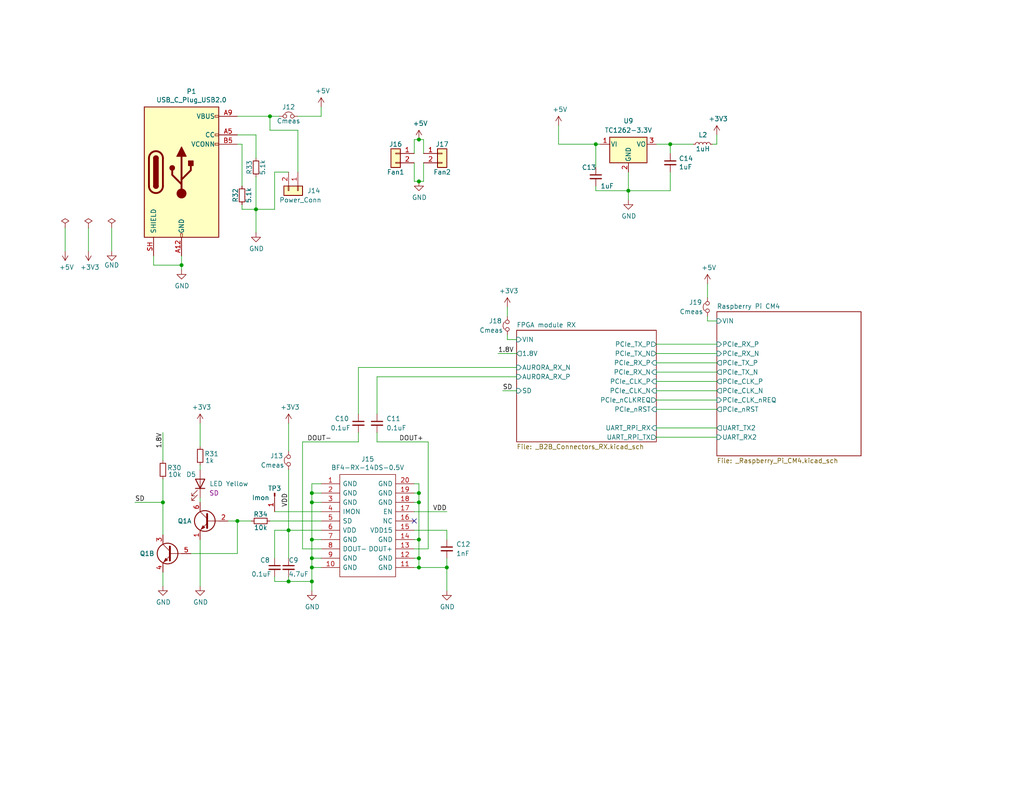
<source format=kicad_sch>
(kicad_sch (version 20211123) (generator eeschema)
  (paper "USLetter")
  (title_block (title "RX module") (date "2021-05-13") (rev "1.0"))
  (lib_symbols
    (symbol "Connector:Conn_01x01_Male" (pin_names (offset 1.016) hide)
      (property "Reference" "J" (at 0 2.54 0))
      (property "Value" "Conn_01x01_Male" (at 0 -2.54 0))
      (symbol "Conn_01x01_Male_1_1"
        (polyline (pts (xy 1.27 0) (xy 0.8636 0)) (stroke (width 0.1524)))
        (rectangle (start 0.8636 0.127) (end 0 -0.127) (stroke (width 0.1524)) (fill (type outline)))
        (pin passive line (at 5.08 0 180) (length 3.81) (name "Pin_1") (number "1"))
      )
    )
    (symbol "Connector_Generic:Conn_01x02" (pin_names (offset 1.016) hide)
      (property "Reference" "J" (at 0 2.54 0))
      (property "Value" "Conn_01x02" (at 0 -5.08 0))
      (symbol "Conn_01x02_1_1"
        (rectangle (start -1.27 -2.413) (end 0 -2.667) (stroke (width 0.1524)))
        (rectangle (start -1.27 0.127) (end 0 -0.127) (stroke (width 0.1524)))
        (rectangle (start -1.27 1.27) (end 1.27 -3.81) (stroke (width 0.254)) (fill (type background)))
        (pin passive line (at -5.08 0 0) (length 3.81) (name "Pin_1") (number "1"))
        (pin passive line (at -5.08 -2.54 0) (length 3.81) (name "Pin_2") (number "2"))
      )
    )
    (symbol "Device:C_Small" (pin_numbers hide) (pin_names (offset 0.254) hide)
      (property "Reference" "C" (at 0.254 1.778 0))
      (property "Value" "C_Small" (at 0.254 -2.032 0))
      (symbol "C_Small_0_1"
        (polyline (pts (xy -1.524 -0.508) (xy 1.524 -0.508)) (stroke (width 0.3302)))
        (polyline (pts (xy -1.524 0.508) (xy 1.524 0.508)) (stroke (width 0.3048)))
      )
      (symbol "C_Small_1_1"
        (pin passive line (at 0 2.54 270) (length 2.032) (name "~") (number "1"))
        (pin passive line (at 0 -2.54 90) (length 2.032) (name "~") (number "2"))
      )
    )
    (symbol "Device:Jumper_NC_Small" (pin_numbers hide) (pin_names (offset 0.762) hide)
      (property "Reference" "JP" (at 0 2.032 0))
      (property "Value" "Device_Jumper_NC_Small" (at 0.254 -1.524 0))
      (symbol "Jumper_NC_Small_0_1"
        (circle (center -1.016 0) (radius 0.508))
        (circle (center 1.016 0) (radius 0.508))
        (arc (start 1.016 0.762) (mid 0 1.1828) (end -1.016 0.762))
        (pin passive line (at -2.54 0 0) (length 1.016) (name "1") (number "1"))
        (pin passive line (at 2.54 0 180) (length 1.016) (name "2") (number "2"))
      )
    )
    (symbol "Device:LED" (pin_numbers hide) (pin_names (offset 1.016) hide)
      (property "Reference" "D" (at 0 2.54 0))
      (property "Value" "LED" (at 0 -2.54 0))
      (symbol "LED_0_1"
        (polyline (pts (xy -1.27 -1.27) (xy -1.27 1.27)) (stroke (width 0.254)))
        (polyline (pts (xy -1.27 0) (xy 1.27 0)))
        (polyline (pts (xy 1.27 -1.27) (xy 1.27 1.27) (xy -1.27 0) (xy 1.27 -1.27)) (stroke (width 0.254)))
        (polyline (pts (xy -3.048 -0.762) (xy -4.572 -2.286) (xy -3.81 -2.286) (xy -4.572 -2.286) (xy -4.572 -1.524)))
        (polyline (pts (xy -1.778 -0.762) (xy -3.302 -2.286) (xy -2.54 -2.286) (xy -3.302 -2.286) (xy -3.302 -1.524)))
      )
      (symbol "LED_1_1"
        (pin passive line (at -3.81 0 0) (length 2.54) (name "K") (number "1"))
        (pin passive line (at 3.81 0 180) (length 2.54) (name "A") (number "2"))
      )
    )
    (symbol "Device:L_Small" (pin_numbers hide) (pin_names (offset 0.254) hide)
      (property "Reference" "L" (at 0.762 1.016 0))
      (property "Value" "L_Small" (at 0.762 -1.016 0))
      (symbol "L_Small_0_1"
        (arc (start 0 -2.032) (mid 0.508 -1.524) (end 0 -1.016))
        (arc (start 0 -1.016) (mid 0.508 -0.508) (end 0 0))
        (arc (start 0 0) (mid 0.508 0.508) (end 0 1.016))
        (arc (start 0 1.016) (mid 0.508 1.524) (end 0 2.032))
      )
      (symbol "L_Small_1_1"
        (pin passive line (at 0 2.54 270) (length 0.508) (name "~") (number "1"))
        (pin passive line (at 0 -2.54 90) (length 0.508) (name "~") (number "2"))
      )
    )
    (symbol "Device:R_Small" (pin_numbers hide) (pin_names (offset 0.254) hide)
      (property "Reference" "R" (at 0.762 0.508 0))
      (property "Value" "R_Small" (at 0.762 -1.016 0))
      (symbol "R_Small_0_1"
        (rectangle (start -0.762 1.778) (end 0.762 -1.778) (stroke (width 0.2032)))
      )
      (symbol "R_Small_1_1"
        (pin passive line (at 0 2.54 270) (length 0.762) (name "~") (number "1"))
        (pin passive line (at 0 -2.54 90) (length 0.762) (name "~") (number "2"))
      )
    )
    (symbol "ProjectLib:BF4-RX-14DS-0.5V" (pin_names (offset 0.762))
      (property "Reference" "J" (at 21.59 7.62 0))
      (property "Value" "BF4-RX-14DS-0.5V" (at 21.59 5.08 0))
      (symbol "BF4-RX-14DS-0.5V_0_0"
        (pin passive line (at 0 0 0) (length 5.08) (name "GND") (number "1"))
        (pin passive line (at 0 -22.86 0) (length 5.08) (name "GND") (number "10"))
        (pin passive line (at 25.4 -22.86 180) (length 5.08) (name "GND") (number "11"))
        (pin passive line (at 25.4 -20.32 180) (length 5.08) (name "GND") (number "12"))
        (pin passive line (at 25.4 -17.78 180) (length 5.08) (name "DOUT+") (number "13"))
        (pin passive line (at 25.4 -15.24 180) (length 5.08) (name "GND") (number "14"))
        (pin passive line (at 25.4 -12.7 180) (length 5.08) (name "VDD15") (number "15"))
        (pin passive line (at 25.4 -10.16 180) (length 5.08) (name "NC") (number "16"))
        (pin passive line (at 25.4 -7.62 180) (length 5.08) (name "EN") (number "17"))
        (pin passive line (at 25.4 -5.08 180) (length 5.08) (name "GND") (number "18"))
        (pin passive line (at 25.4 -2.54 180) (length 5.08) (name "GND") (number "19"))
        (pin passive line (at 0 -2.54 0) (length 5.08) (name "GND") (number "2"))
        (pin passive line (at 25.4 0 180) (length 5.08) (name "GND") (number "20"))
        (pin passive line (at 0 -5.08 0) (length 5.08) (name "GND") (number "3"))
        (pin passive line (at 0 -7.62 0) (length 5.08) (name "IMON") (number "4"))
        (pin passive line (at 0 -10.16 0) (length 5.08) (name "SD") (number "5"))
        (pin passive line (at 0 -12.7 0) (length 5.08) (name "VDD") (number "6"))
        (pin passive line (at 0 -15.24 0) (length 5.08) (name "GND") (number "7"))
        (pin passive line (at 0 -17.78 0) (length 5.08) (name "DOUT-") (number "8"))
        (pin passive line (at 0 -20.32 0) (length 5.08) (name "GND") (number "9"))
      )
      (symbol "BF4-RX-14DS-0.5V_0_1"
        (polyline (pts (xy 5.08 2.54) (xy 20.32 2.54) (xy 20.32 -25.4) (xy 5.08 -25.4) (xy 5.08 2.54)) (stroke (width 0.1524)))
      )
    )
    (symbol "ProjectLib:USB4125-GF-A" (pin_names (offset 1.016))
      (property "Reference" "REF**" (at -10.16 19.05 0))
      (property "Value" "USB4125-GF-A" (at 12.7 19.05 0))
      (symbol "USB4125-GF-A_0_0"
        (rectangle (start -0.254 -17.78) (end 0.254 -16.764))
        (rectangle (start 10.16 7.874) (end 9.144 7.366))
        (rectangle (start 10.16 10.414) (end 9.144 9.906))
        (rectangle (start 10.16 15.494) (end 9.144 14.986))
      )
      (symbol "USB4125-GF-A_0_1"
        (rectangle (start -10.16 17.78) (end 10.16 -17.78) (stroke (width 0.254)) (fill (type background)))
        (arc (start -8.89 -3.81) (mid -6.985 -5.715) (end -5.08 -3.81) (stroke (width 0.508)))
        (arc (start -7.62 -3.81) (mid -6.985 -4.445) (end -6.35 -3.81) (stroke (width 0.254)))
        (arc (start -7.62 -3.81) (mid -6.985 -4.445) (end -6.35 -3.81) (stroke (width 0.254)) (fill (type outline)))
        (rectangle (start -7.62 -3.81) (end -6.35 3.81) (stroke (width 0.254)) (fill (type outline)))
        (arc (start -6.35 3.81) (mid -6.985 4.445) (end -7.62 3.81) (stroke (width 0.254)))
        (arc (start -6.35 3.81) (mid -6.985 4.445) (end -7.62 3.81) (stroke (width 0.254)) (fill (type outline)))
        (arc (start -5.08 3.81) (mid -6.985 5.715) (end -8.89 3.81) (stroke (width 0.508)))
        (circle (center -2.54 1.143) (radius 0.635) (stroke (width 0.254)) (fill (type outline)))
        (circle (center 0 -5.842) (radius 1.27) (fill (type outline)))
        (polyline (pts (xy -8.89 -3.81) (xy -8.89 3.81)) (stroke (width 0.508)))
        (polyline (pts (xy -5.08 3.81) (xy -5.08 -3.81)) (stroke (width 0.508)))
        (polyline (pts (xy 0 -5.842) (xy 0 4.318)) (stroke (width 0.508)))
        (polyline (pts (xy 0 -3.302) (xy -2.54 -0.762) (xy -2.54 0.508)) (stroke (width 0.508)))
        (polyline (pts (xy 0 -2.032) (xy 2.54 0.508) (xy 2.54 1.778)) (stroke (width 0.508)))
        (polyline (pts (xy -1.27 4.318) (xy 0 6.858) (xy 1.27 4.318) (xy -1.27 4.318)) (stroke (width 0.254)) (fill (type outline)))
        (rectangle (start 1.905 1.778) (end 3.175 3.048) (stroke (width 0.254)) (fill (type outline)))
      )
      (symbol "USB4125-GF-A_1_1"
        (pin passive line (at 0 -22.86 90) (length 5.08) (name "GND") (number "A12"))
        (pin bidirectional line (at 15.24 10.16 180) (length 5.08) (name "CC") (number "A5"))
        (pin passive line (at 15.24 15.24 180) (length 5.08) (name "VBUS") (number "A9"))
        (pin passive line (at 0 -22.86 90) (length 5.08) hide (name "GND") (number "B12"))
        (pin bidirectional line (at 15.24 7.62 180) (length 5.08) (name "VCONN") (number "B5"))
        (pin passive line (at -7.62 -22.86 90) (length 5.08) (name "SHIELD") (number "SH"))
      )
    )
    (symbol "Regulator_Linear:TC1262-33" (pin_names (offset 0.254))
      (property "Reference" "U" (at -3.81 3.175 0))
      (property "Value" "TC1262-33" (at 0 3.175 0))
      (symbol "TC1262-33_1_1"
        (rectangle (start -5.08 1.905) (end 5.08 -5.08) (stroke (width 0.254)) (fill (type background)))
        (pin power_in line (at -7.62 0 0) (length 2.54) (name "VI") (number "1"))
        (pin power_in line (at 0 -7.62 90) (length 2.54) (name "GND") (number "2"))
        (pin power_out line (at 7.62 0 180) (length 2.54) (name "VO") (number "3"))
      )
    )
    (symbol "Transistor_BJT:BC847BS" (pin_names (offset 0) hide)
      (property "Reference" "Q" (at 5.08 1.27 0))
      (property "Value" "BC847BS" (at 5.08 -1.27 0))
      (symbol "BC847BS_0_1"
        (polyline (pts (xy 0.635 0) (xy -2.54 0)))
        (polyline (pts (xy 0.635 0.635) (xy 2.54 2.54)))
        (polyline (pts (xy 0.635 -0.635) (xy 2.54 -2.54) (xy 2.54 -2.54)))
        (polyline (pts (xy 0.635 1.905) (xy 0.635 -1.905) (xy 0.635 -1.905)) (stroke (width 0.508)))
        (polyline (pts (xy 1.27 -1.778) (xy 1.778 -1.27) (xy 2.286 -2.286) (xy 1.27 -1.778) (xy 1.27 -1.778)) (fill (type outline)))
        (circle (center 1.27 0) (radius 2.8194) (stroke (width 0.254)))
      )
      (symbol "BC847BS_1_1"
        (pin passive line (at 2.54 -5.08 90) (length 2.54) (name "E1") (number "1"))
        (pin input line (at -5.08 0 0) (length 2.54) (name "B1") (number "2"))
        (pin passive line (at 2.54 5.08 270) (length 2.54) (name "C1") (number "6"))
      )
      (symbol "BC847BS_2_1"
        (pin passive line (at 2.54 5.08 270) (length 2.54) (name "C2") (number "3"))
        (pin passive line (at 2.54 -5.08 90) (length 2.54) (name "E2") (number "4"))
        (pin input line (at -5.08 0 0) (length 2.54) (name "B2") (number "5"))
      )
    )
    (symbol "power:+3.3V" (power) (pin_names (offset 0))
      (property "Value" "+3.3V" (at 0 3.556 0))
      (symbol "+3.3V_0_1"
        (polyline (pts (xy -0.762 1.27) (xy 0 2.54)))
        (polyline (pts (xy 0 0) (xy 0 2.54)))
        (polyline (pts (xy 0 2.54) (xy 0.762 1.27)))
      )
      (symbol "+3.3V_1_1"
        (pin power_in line (at 0 0 90) (length 0) hide (name "+3V3") (number "1"))
      )
    )
    (symbol "power:+5V" (power) (pin_names (offset 0))
      (property "Value" "+5V" (at 0 3.556 0))
      (symbol "+5V_0_1"
        (polyline (pts (xy -0.762 1.27) (xy 0 2.54)))
        (polyline (pts (xy 0 0) (xy 0 2.54)))
        (polyline (pts (xy 0 2.54) (xy 0.762 1.27)))
      )
      (symbol "+5V_1_1"
        (pin power_in line (at 0 0 90) (length 0) hide (name "+5V") (number "1"))
      )
    )
    (symbol "power:GND" (power) (pin_names (offset 0))
      (property "Value" "GND" (at 0 -3.81 0))
      (symbol "GND_0_1"
        (polyline (pts (xy 0 0) (xy 0 -1.27) (xy 1.27 -1.27) (xy 0 -2.54) (xy -1.27 -1.27) (xy 0 -1.27)))
      )
      (symbol "GND_1_1"
        (pin power_in line (at 0 0 270) (length 0) hide (name "GND") (number "1"))
      )
    )
    (symbol "power:PWR_FLAG" (power) (pin_numbers hide) (pin_names (offset 0) hide)
      (property "Value" "PWR_FLAG" (at 0 3.81 0))
      (symbol "PWR_FLAG_0_0"
        (pin power_out line (at 0 0 90) (length 0) (name "pwr") (number "1"))
      )
      (symbol "PWR_FLAG_0_1"
        (polyline (pts (xy 0 0) (xy 0 1.27) (xy -1.016 1.905) (xy 0 2.54) (xy 1.016 1.905) (xy 0 1.27)))
      )
    )
  )
  (junction (at 64.77 142.24))
  (junction (at 85.09 134.62))
  (junction (at 121.92 154.94))
  (junction (at 78.74 144.78))
  (junction (at 85.09 152.4))
  (junction (at 85.09 137.16))
  (junction (at 114.3 154.94))
  (junction (at 114.3 134.62))
  (junction (at 73.66 31.75))
  (junction (at 85.09 158.75))
  (junction (at 44.45 137.16))
  (junction (at 49.53 72.39))
  (junction (at 114.3 137.16))
  (junction (at 182.88 39.37))
  (junction (at 114.3 152.4))
  (junction (at 69.85 57.15))
  (junction (at 114.3 147.32))
  (junction (at 114.3 38.1))
  (junction (at 162.56 39.37))
  (junction (at 85.09 154.94))
  (junction (at 85.09 147.32))
  (junction (at 171.45 52.07))
  (junction (at 114.3 49.53))
  (junction (at 78.74 158.75))
  (no_connect (at 113.03 142.24))
  (wire (pts (xy 179.07 39.37) (xy 182.88 39.37)))
  (wire (pts (xy 87.63 147.32) (xy 85.09 147.32)))
  (wire (pts (xy 73.66 142.24) (xy 87.63 142.24)))
  (wire (pts (xy 49.53 72.39) (xy 49.53 69.85)))
  (wire (pts (xy 140.97 92.71) (xy 138.43 92.71)))
  (wire (pts (xy 74.93 158.75) (xy 78.74 158.75)))
  (wire (pts (xy 74.93 46.99) (xy 78.74 46.99)))
  (wire (pts (xy 73.66 35.56) (xy 81.28 35.56)))
  (wire (pts (xy 113.03 152.4) (xy 114.3 152.4)))
  (wire (pts (xy 74.93 139.7) (xy 87.63 139.7)))
  (wire (pts (xy 81.28 35.56) (xy 81.28 46.99)))
  (wire (pts (xy 44.45 118.11) (xy 44.45 125.73)))
  (wire (pts (xy 78.74 158.75) (xy 85.09 158.75)))
  (wire (pts (xy 54.61 127) (xy 54.61 128.27)))
  (wire (pts (xy 195.58 39.37) (xy 194.31 39.37)))
  (wire (pts (xy 74.93 57.15) (xy 69.85 57.15)))
  (wire (pts (xy 195.58 116.84) (xy 179.07 116.84)))
  (wire (pts (xy 97.79 118.11) (xy 97.79 120.65)))
  (wire (pts (xy 81.28 31.75) (xy 87.63 31.75)))
  (wire (pts (xy 195.58 96.52) (xy 179.07 96.52)))
  (wire (pts (xy 87.63 154.94) (xy 85.09 154.94)))
  (wire (pts (xy 182.88 46.99) (xy 182.88 52.07)))
  (wire (pts (xy 182.88 39.37) (xy 182.88 41.91)))
  (wire (pts (xy 102.87 102.87) (xy 102.87 113.03)))
  (wire (pts (xy 113.03 139.7) (xy 121.92 139.7)))
  (wire (pts (xy 113.03 134.62) (xy 114.3 134.62)))
  (wire (pts (xy 152.4 34.29) (xy 152.4 39.37)))
  (wire (pts (xy 114.3 38.1) (xy 113.03 38.1)))
  (wire (pts (xy 114.3 134.62) (xy 114.3 137.16)))
  (wire (pts (xy 114.3 147.32) (xy 114.3 152.4)))
  (wire (pts (xy 41.91 69.85) (xy 41.91 72.39)))
  (wire (pts (xy 113.03 147.32) (xy 114.3 147.32)))
  (wire (pts (xy 36.83 137.16) (xy 44.45 137.16)))
  (wire (pts (xy 49.53 73.66) (xy 49.53 72.39)))
  (wire (pts (xy 54.61 135.89) (xy 54.61 137.16)))
  (wire (pts (xy 140.97 96.52) (xy 135.89 96.52)))
  (wire (pts (xy 179.07 104.14) (xy 195.58 104.14)))
  (wire (pts (xy 171.45 52.07) (xy 171.45 54.61)))
  (wire (pts (xy 44.45 130.81) (xy 44.45 137.16)))
  (wire (pts (xy 115.57 38.1) (xy 115.57 41.91)))
  (wire (pts (xy 74.93 157.48) (xy 74.93 158.75)))
  (wire (pts (xy 85.09 147.32) (xy 85.09 152.4)))
  (wire (pts (xy 44.45 137.16) (xy 44.45 146.05)))
  (wire (pts (xy 102.87 102.87) (xy 140.97 102.87)))
  (wire (pts (xy 17.78 62.23) (xy 17.78 68.58)))
  (wire (pts (xy 114.3 132.08) (xy 114.3 134.62)))
  (wire (pts (xy 102.87 120.65) (xy 116.84 120.65)))
  (wire (pts (xy 64.77 39.37) (xy 66.04 39.37)))
  (wire (pts (xy 69.85 36.83) (xy 69.85 43.18)))
  (wire (pts (xy 162.56 52.07) (xy 171.45 52.07)))
  (wire (pts (xy 78.74 115.57) (xy 78.74 123.19)))
  (wire (pts (xy 44.45 160.02) (xy 44.45 156.21)))
  (wire (pts (xy 69.85 63.5) (xy 69.85 57.15)))
  (wire (pts (xy 193.04 77.47) (xy 193.04 81.28)))
  (wire (pts (xy 87.63 134.62) (xy 85.09 134.62)))
  (wire (pts (xy 52.07 151.13) (xy 64.77 151.13)))
  (wire (pts (xy 113.03 154.94) (xy 114.3 154.94)))
  (wire (pts (xy 97.79 100.33) (xy 140.97 100.33)))
  (wire (pts (xy 85.09 134.62) (xy 85.09 137.16)))
  (wire (pts (xy 195.58 111.76) (xy 179.07 111.76)))
  (wire (pts (xy 195.58 101.6) (xy 179.07 101.6)))
  (wire (pts (xy 54.61 160.02) (xy 54.61 147.32)))
  (wire (pts (xy 41.91 72.39) (xy 49.53 72.39)))
  (wire (pts (xy 152.4 39.37) (xy 162.56 39.37)))
  (wire (pts (xy 193.04 86.36) (xy 193.04 87.63)))
  (wire (pts (xy 116.84 149.86) (xy 113.03 149.86)))
  (wire (pts (xy 82.55 149.86) (xy 87.63 149.86)))
  (wire (pts (xy 66.04 57.15) (xy 69.85 57.15)))
  (wire (pts (xy 116.84 120.65) (xy 116.84 149.86)))
  (wire (pts (xy 97.79 120.65) (xy 82.55 120.65)))
  (wire (pts (xy 115.57 49.53) (xy 115.57 44.45)))
  (wire (pts (xy 78.74 144.78) (xy 74.93 144.78)))
  (wire (pts (xy 85.09 158.75) (xy 85.09 161.29)))
  (wire (pts (xy 114.3 38.1) (xy 115.57 38.1)))
  (wire (pts (xy 87.63 132.08) (xy 85.09 132.08)))
  (wire (pts (xy 66.04 39.37) (xy 66.04 50.8)))
  (wire (pts (xy 162.56 50.8) (xy 162.56 52.07)))
  (wire (pts (xy 87.63 137.16) (xy 85.09 137.16)))
  (wire (pts (xy 162.56 39.37) (xy 163.83 39.37)))
  (wire (pts (xy 121.92 154.94) (xy 121.92 152.4)))
  (wire (pts (xy 30.48 62.23) (xy 30.48 68.58)))
  (wire (pts (xy 113.03 49.53) (xy 114.3 49.53)))
  (wire (pts (xy 113.03 44.45) (xy 113.03 49.53)))
  (wire (pts (xy 182.88 39.37) (xy 189.23 39.37)))
  (wire (pts (xy 74.93 57.15) (xy 74.93 46.99)))
  (wire (pts (xy 179.07 93.98) (xy 195.58 93.98)))
  (wire (pts (xy 193.04 87.63) (xy 195.58 87.63)))
  (wire (pts (xy 78.74 157.48) (xy 78.74 158.75)))
  (wire (pts (xy 85.09 137.16) (xy 85.09 147.32)))
  (wire (pts (xy 64.77 31.75) (xy 73.66 31.75)))
  (wire (pts (xy 64.77 142.24) (xy 68.58 142.24)))
  (wire (pts (xy 138.43 92.71) (xy 138.43 91.44)))
  (wire (pts (xy 137.16 106.68) (xy 140.97 106.68)))
  (wire (pts (xy 195.58 106.68) (xy 179.07 106.68)))
  (wire (pts (xy 54.61 115.57) (xy 54.61 121.92)))
  (wire (pts (xy 195.58 36.83) (xy 195.58 39.37)))
  (wire (pts (xy 179.07 99.06) (xy 195.58 99.06)))
  (wire (pts (xy 73.66 31.75) (xy 76.2 31.75)))
  (wire (pts (xy 138.43 86.36) (xy 138.43 83.82)))
  (wire (pts (xy 87.63 152.4) (xy 85.09 152.4)))
  (wire (pts (xy 85.09 152.4) (xy 85.09 154.94)))
  (wire (pts (xy 179.07 119.38) (xy 195.58 119.38)))
  (wire (pts (xy 114.3 152.4) (xy 114.3 154.94)))
  (wire (pts (xy 87.63 29.21) (xy 87.63 31.75)))
  (wire (pts (xy 69.85 57.15) (xy 69.85 48.26)))
  (wire (pts (xy 74.93 144.78) (xy 74.93 152.4)))
  (wire (pts (xy 64.77 151.13) (xy 64.77 142.24)))
  (wire (pts (xy 179.07 109.22) (xy 195.58 109.22)))
  (wire (pts (xy 82.55 120.65) (xy 82.55 149.86)))
  (wire (pts (xy 73.66 31.75) (xy 73.66 35.56)))
  (wire (pts (xy 24.13 62.23) (xy 24.13 68.58)))
  (wire (pts (xy 162.56 45.72) (xy 162.56 39.37)))
  (wire (pts (xy 85.09 154.94) (xy 85.09 158.75)))
  (wire (pts (xy 114.3 49.53) (xy 115.57 49.53)))
  (wire (pts (xy 78.74 128.27) (xy 78.74 144.78)))
  (wire (pts (xy 66.04 55.88) (xy 66.04 57.15)))
  (wire (pts (xy 102.87 118.11) (xy 102.87 120.65)))
  (wire (pts (xy 113.03 38.1) (xy 113.03 41.91)))
  (wire (pts (xy 114.3 137.16) (xy 114.3 147.32)))
  (wire (pts (xy 113.03 144.78) (xy 121.92 144.78)))
  (wire (pts (xy 121.92 144.78) (xy 121.92 147.32)))
  (wire (pts (xy 97.79 100.33) (xy 97.79 113.03)))
  (wire (pts (xy 85.09 132.08) (xy 85.09 134.62)))
  (wire (pts (xy 113.03 132.08) (xy 114.3 132.08)))
  (wire (pts (xy 182.88 52.07) (xy 171.45 52.07)))
  (wire (pts (xy 64.77 142.24) (xy 62.23 142.24)))
  (wire (pts (xy 171.45 46.99) (xy 171.45 52.07)))
  (wire (pts (xy 113.03 137.16) (xy 114.3 137.16)))
  (wire (pts (xy 114.3 154.94) (xy 121.92 154.94)))
  (wire (pts (xy 87.63 144.78) (xy 78.74 144.78)))
  (wire (pts (xy 121.92 154.94) (xy 121.92 161.29)))
  (wire (pts (xy 78.74 144.78) (xy 78.74 152.4)))
  (wire (pts (xy 64.77 36.83) (xy 69.85 36.83)))
  (label "DOUT-" (at 83.82 120.65 0))
  (label "DOUT+" (at 115.57 120.65 180))
  (label "1.8V" (at 135.89 96.52 0))
  (label "SD" (at 36.83 137.16 0))
  (label "SD" (at 137.16 106.68 0))
  (label "VDD" (at 78.74 138.43 90))
  (label "VDD" (at 121.92 139.7 180))
  (label "1.8V" (at 44.45 118.11 270))
  (symbol (lib_id "power:PWR_FLAG") (at 17.78 62.23 0) (unit 1)
    (property "Reference" "#FLG06" (effects hide))
    (property "Value" "PWR_FLAG" (effects hide))
  )
  (symbol (lib_id "power:+3.3V") (at 24.13 68.58 0) (mirror x) (unit 1)
    (property "Reference" "#PWR031" (effects hide))
    (property "Value" "+3.3V" (at 24.511 72.9742 0))
  )
  (symbol (lib_id "power:+5V") (at 17.78 68.58 0) (mirror x) (unit 1)
    (property "Reference" "#PWR030" (effects hide))
    (property "Value" "+5V" (at 18.161 72.9742 0))
  )
  (symbol (lib_id "power:PWR_FLAG") (at 24.13 62.23 0) (unit 1)
    (property "Reference" "#FLG07" (effects hide))
    (property "Value" "PWR_FLAG" (effects hide))
  )
  (symbol (lib_id "power:PWR_FLAG") (at 30.48 62.23 0) (unit 1)
    (property "Reference" "#FLG08" (effects hide))
    (property "Value" "PWR_FLAG" (effects hide))
  )
  (symbol (lib_id "power:GND") (at 30.48 68.58 0) (unit 1)
    (property "Reference" "#PWR032" (effects hide))
    (property "Value" "GND" (at 30.48 72.39 0))
  )
  (symbol (lib_id "power:+3.3V") (at 138.43 83.82 0) (unit 1)
    (property "Reference" "#PWR045" (effects hide))
    (property "Value" "+3.3V" (at 138.811 79.4258 0))
  )
  (symbol (lib_id "power:+3.3V") (at 54.61 115.57 0) (unit 1)
    (property "Reference" "#PWR035" (effects hide))
    (property "Value" "+3.3V" (at 54.991 111.1758 0))
  )
  (symbol (lib_id "Device:Jumper_NC_Small") (at 193.04 83.82 90) (unit 1)
    (property "Reference" "J19" (at 187.96 82.55 90) (effects (justify right)))
    (property "Value" "Cmeas" (at 185.42 85.09 90) (effects (justify right)))
    (property "Footprint" "Connector_PinHeader_2.54mm:PinHeader_1x02_P2.54mm_Vertical" (effects hide))
    (property "Description" "Current measurement pins" (effects hide))
  )
  (symbol (lib_id "Device:Jumper_NC_Small") (at 138.43 88.9 90) (unit 1)
    (property "Reference" "J18" (at 133.35 87.63 90) (effects (justify right)))
    (property "Value" "Cmeas" (at 130.81 90.17 90) (effects (justify right)))
    (property "Footprint" "Connector_PinHeader_2.54mm:PinHeader_1x02_P2.54mm_Vertical" (effects hide))
    (property "Description" "Current measurement pins" (effects hide))
  )
  (symbol (lib_id "Device:Jumper_NC_Small") (at 78.74 125.73 90) (unit 1)
    (property "Reference" "J13" (at 73.66 124.46 90) (effects (justify right)))
    (property "Value" "Cmeas" (at 71.12 127 90) (effects (justify right)))
    (property "Footprint" "Connector_PinHeader_2.54mm:PinHeader_1x02_P2.54mm_Vertical" (effects hide))
    (property "Description" "Current measurement pins" (effects hide))
  )
  (symbol (lib_id "power:+5V") (at 193.04 77.47 0) (unit 1)
    (property "Reference" "#PWR048" (effects hide))
    (property "Value" "+5V" (at 193.421 73.0758 0))
  )
  (symbol (lib_id "ProjectLib:USB4125-GF-A") (at 49.53 46.99 0) (unit 1)
    (property "Reference" "P1" (at 52.2478 24.9682 0))
    (property "Value" "USB_C_Plug_USB2.0" (at 52.2478 27.2796 0))
    (property "Footprint" "ProjectLib:USB4125-GF-A" (effects hide))
    (property "Datasheet" "https://gct.co/files/specs/usb4125-spec.pdf" (effects hide))
    (property "Price" "$0.67" (effects hide))
    (property "URL" "https://www.digikey.com/en/products/detail/gct/USB4125-GF-A/13547388" (effects hide))
    (property "Vendor" "Digikey" (effects hide))
    (property "Vendor Part Number" "2073-USB4125-GF-ACT-ND" (effects hide))
  )
  (symbol (lib_id "power:GND") (at 49.53 73.66 0) (unit 1)
    (property "Reference" "#PWR034" (effects hide))
    (property "Value" "GND" (at 49.657 78.0542 0))
  )
  (symbol (lib_id "Device:R_Small") (at 69.85 45.72 180) (unit 1)
    (property "Reference" "R33" (at 67.31 45.72 90) (effects (justify bottom)))
    (property "Value" "5.1k" (at 72.39 45.72 90) (effects (justify top)))
    (property "Footprint" "Resistor_SMD:R_0603_1608Metric_Pad0.98x0.95mm_HandSolder" (effects hide))
    (property "Vendor" "Digikey" (effects hide))
    (property "Price" "$0.1" (effects hide))
    (property "URL" "https://www.digikey.com/en/products/detail/panasonic-electronic-components/ERJ-3EKF5101V/1746427" (effects hide))
    (property "Vendor Part Number" "P5.10KHCT-ND" (effects hide))
  )
  (symbol (lib_id "Device:R_Small") (at 66.04 53.34 180) (unit 1)
    (property "Reference" "R32" (at 63.5 53.34 90) (effects (justify bottom)))
    (property "Value" "5.1k" (at 68.58 53.34 90) (effects (justify top)))
    (property "Footprint" "Resistor_SMD:R_0603_1608Metric_Pad0.98x0.95mm_HandSolder" (effects hide))
    (property "Vendor" "Digikey" (effects hide))
    (property "Price" "$0.1" (effects hide))
    (property "URL" "https://www.digikey.com/en/products/detail/panasonic-electronic-components/ERJ-3EKF5101V/1746427" (effects hide))
    (property "Vendor Part Number" "P5.10KHCT-ND" (effects hide))
  )
  (symbol (lib_id "power:GND") (at 69.85 63.5 0) (unit 1)
    (property "Reference" "#PWR037" (effects hide))
    (property "Value" "GND" (at 69.977 67.8942 0))
  )
  (symbol (lib_id "Connector_Generic:Conn_01x02") (at 81.28 52.07 270) (unit 1)
    (property "Reference" "J14" (at 83.82 52.07 90) (effects (justify left)))
    (property "Value" "Power_Conn" (at 76.2 54.61 90) (effects (justify left)))
    (property "Footprint" "Connector_JST:JST_XH_B2B-XH-A_1x02_P2.50mm_Vertical" (effects hide))
    (property "Datasheet" "http://www.jst-mfg.com/product/pdf/eng/eXH.pdf" (effects hide))
    (property "Vendor" "Digikey" (effects hide))
    (property "Vendor Part Number" "455-2247-ND" (effects hide))
    (property "URL" "https://www.digikey.com/en/products/detail/B2B-XH-A(LF)(SN)/455-2247-ND/1651045?itemSeq=362115228" (effects hide))
    (property "Price" "$0.15" (effects hide))
  )
  (symbol (lib_id "power:+5V") (at 87.63 29.21 0) (unit 1)
    (property "Reference" "#PWR040" (effects hide))
    (property "Value" "+5V" (at 88.011 24.8158 0))
  )
  (symbol (lib_id "ProjectLib:BF4-RX-14DS-0.5V") (at 87.63 132.08 0) (unit 1)
    (property "Reference" "J15" (at 100.33 125.349 0))
    (property "Value" "BF4-RX-14DS-0.5V" (at 100.33 127.6604 0))
    (property "Footprint" "ProjectLib:BF4RX14DS05V" (effects hide))
    (property "Datasheet" "https://www.digikey.com/en/products/detail/hirose-electric-co-ltd/BF4-RX-14DS-0-5V/8018063" (effects hide))
    (property "Description" "Fiber Optic RX Connector" (effects hide))
    (property "URL" "https://www.digikey.com/en/products/detail/hirose-electric-co-ltd/BF4-RX-14DS-0.5V/8018060" (effects hide))
    (property "Vendor" "Digikey" (effects hide))
    (property "Vendor Part Number" "H125664CT-ND" (effects hide))
    (property "Price" "$9.34" (effects hide))
  )
  (symbol (lib_id "power:GND") (at 85.09 161.29 0) (unit 1)
    (property "Reference" "#PWR039" (effects hide))
    (property "Value" "GND" (at 85.217 165.6842 0))
  )
  (symbol (lib_id "Device:C_Small") (at 121.92 149.86 0) (unit 1)
    (property "Reference" "C12" (at 124.46 148.59 0) (effects (justify left)))
    (property "Value" "1nF" (at 124.46 151.13 0) (effects (justify left)))
    (property "Footprint" "Capacitor_SMD:C_0603_1608Metric_Pad1.08x0.95mm_HandSolder" (effects hide))
    (property "Vendor" "Digikey" (effects hide))
    (property "Vendor Part Number" "445-5659-1-ND" (effects hide))
    (property "URL" "https://www.digikey.com/en/products/detail/tdk-corporation/CGA3E2X7R1H102K080AA/2443137" (effects hide))
    (property "Price" "$0.1" (effects hide))
  )
  (symbol (lib_id "power:GND") (at 121.92 161.29 0) (unit 1)
    (property "Reference" "#PWR044" (effects hide))
    (property "Value" "GND" (at 122.047 165.6842 0))
  )
  (symbol (lib_id "Device:C_Small") (at 97.79 115.57 0) (unit 1)
    (property "Reference" "C10" (at 95.25 114.3 0) (effects (justify right)))
    (property "Value" "0.1uF" (at 90.17 116.84 0) (effects (justify left)))
    (property "Footprint" "Capacitor_SMD:C_0603_1608Metric_Pad1.08x0.95mm_HandSolder" (effects hide))
    (property "Description" "AC coupling" (effects hide))
    (property "Vendor" "Digikey" (effects hide))
    (property "Vendor Part Number" "445-5667-1-ND" (effects hide))
    (property "URL" "https://www.digikey.com/en/products/detail/tdk-corporation/CGA3E2X7R1E104K080AA/2443145" (effects hide))
    (property "Price" "$0.1" (effects hide))
  )
  (symbol (lib_id "Connector:Conn_01x01_Male") (at 74.93 134.62 270) (unit 1)
    (property "Reference" "TP3" (at 74.93 133.35 90))
    (property "Value" "Imon" (at 71.12 135.89 90))
    (property "Footprint" "TestPoint:TestPoint_Loop_D2.50mm_Drill1.0mm" (effects hide))
  )
  (symbol (lib_id "power:GND") (at 54.61 160.02 0) (unit 1)
    (property "Reference" "#PWR036" (effects hide))
    (property "Value" "GND" (at 54.737 164.4142 0))
  )
  (symbol (lib_id "power:GND") (at 44.45 160.02 0) (unit 1)
    (property "Reference" "#PWR033" (effects hide))
    (property "Value" "GND" (at 44.577 164.4142 0))
  )
  (symbol (lib_id "Device:LED") (at 54.61 132.08 270) (mirror x) (unit 1)
    (property "Reference" "D5" (at 50.8 129.54 90) (effects (justify left)))
    (property "Value" "LED Yellow" (at 57.15 132.08 90) (effects (justify left)))
    (property "Footprint" "LED_SMD:LED_0603_1608Metric_Pad1.05x0.95mm_HandSolder" (effects hide))
    (property "Description" "SD" (at 58.42 134.62 90))
    (property "Vendor" "Digikey" (effects hide))
    (property "Vendor Part Number" "475-2555-1-ND" (effects hide))
    (property "URL" "https://www.digikey.com/en/products/detail/osram-opto-semiconductors-inc/LY-M67K-J1L2-26-Z/1228047" (effects hide))
    (property "Price" "$0.34" (effects hide))
  )
  (symbol (lib_id "Device:R_Small") (at 54.61 124.46 180) (unit 1)
    (property "Reference" "R31" (at 59.69 123.19 0) (effects (justify left bottom)))
    (property "Value" "1k" (at 58.42 125.73 0) (effects (justify left)))
    (property "Footprint" "Resistor_SMD:R_0603_1608Metric_Pad0.98x0.95mm_HandSolder" (effects hide))
    (property "Vendor" "Digikey" (effects hide))
    (property "Vendor Part Number" "P1.00KHCT-ND" (effects hide))
    (property "URL" "https://www.digikey.com/en/products/detail/panasonic-electronic-components/ERJ-3EKF1001V/196032" (effects hide))
    (property "Price" "$0.1" (effects hide))
  )
  (symbol (lib_id "Device:R_Small") (at 44.45 128.27 180) (unit 1)
    (property "Reference" "R30" (at 49.53 127 0) (effects (justify left bottom)))
    (property "Value" "10k" (at 49.53 129.54 0) (effects (justify left)))
    (property "Footprint" "Resistor_SMD:R_0603_1608Metric_Pad0.98x0.95mm_HandSolder" (effects hide))
    (property "Vendor" "Digikey" (effects hide))
    (property "Vendor Part Number" "P10.0KHCT-ND" (effects hide))
    (property "URL" "https://www.digikey.com/en/products/detail/panasonic-electronic-components/ERJ-3EKF1002V/196066" (effects hide))
    (property "Price" "$0.1" (effects hide))
  )
  (symbol (lib_id "Device:R_Small") (at 71.12 142.24 90) (unit 1)
    (property "Reference" "R34" (at 71.12 139.7 90) (effects (justify bottom)))
    (property "Value" "10k" (at 71.12 144.78 90) (effects (justify top)))
    (property "Footprint" "Resistor_SMD:R_0603_1608Metric_Pad0.98x0.95mm_HandSolder" (effects hide))
    (property "Vendor" "Digikey" (effects hide))
    (property "Vendor Part Number" "P10.0KHCT-ND" (effects hide))
    (property "URL" "https://www.digikey.com/en/products/detail/panasonic-electronic-components/ERJ-3EKF1002V/196066" (effects hide))
    (property "Price" "$0.1" (effects hide))
  )
  (symbol (lib_id "Device:C_Small") (at 102.87 115.57 0) (unit 1)
    (property "Reference" "C11" (at 105.41 114.3 0) (effects (justify left)))
    (property "Value" "0.1uF" (at 105.41 116.84 0) (effects (justify left)))
    (property "Footprint" "Capacitor_SMD:C_0603_1608Metric_Pad1.08x0.95mm_HandSolder" (effects hide))
    (property "Description" "AC coupling" (effects hide))
    (property "Vendor" "Digikey" (effects hide))
    (property "Vendor Part Number" "445-5667-1-ND" (effects hide))
    (property "URL" "https://www.digikey.com/en/products/detail/tdk-corporation/CGA3E2X7R1E104K080AA/2443145" (effects hide))
    (property "Price" "$0.1" (effects hide))
  )
  (symbol (lib_id "Device:C_Small") (at 74.93 154.94 0) (unit 1)
    (property "Reference" "C8" (at 73.66 153.67 0) (effects (justify right bottom)))
    (property "Value" "0.1uF" (at 68.58 157.48 0) (effects (justify left bottom)))
    (property "Footprint" "Capacitor_SMD:C_0603_1608Metric_Pad1.08x0.95mm_HandSolder" (effects hide))
    (property "Vendor" "Digikey" (effects hide))
    (property "Vendor Part Number" "445-5667-1-ND" (effects hide))
    (property "URL" "https://www.digikey.com/en/products/detail/tdk-corporation/CGA3E2X7R1E104K080AA/2443145" (effects hide))
    (property "Price" "$0.1" (effects hide))
  )
  (symbol (lib_id "Device:C_Small") (at 78.74 154.94 0) (unit 1)
    (property "Reference" "C9" (at 78.74 153.67 0) (effects (justify left bottom)))
    (property "Value" "4.7uF" (at 78.74 157.48 0) (effects (justify left bottom)))
    (property "Footprint" "Capacitor_SMD:C_0603_1608Metric_Pad1.08x0.95mm_HandSolder" (effects hide))
    (property "Vendor" "Digikey" (effects hide))
    (property "Vendor Part Number" "587-5550-1-ND" (effects hide))
    (property "URL" "https://www.digikey.com/en/products/detail/taiyo-yuden/JMK107C6475KA-T/4307722" (effects hide))
    (property "Price" "$0.13" (effects hide))
  )
  (symbol (lib_id "Transistor_BJT:BC847BS") (at 57.15 142.24 0) (mirror y) (unit 1)
    (property "Reference" "Q1" (at 52.2986 142.24 0) (effects (justify left)))
    (property "Value" "BC847BS" (effects hide))
    (property "Footprint" "Package_TO_SOT_SMD:SOT-363_SC-70-6_Handsoldering" (effects hide))
    (property "Datasheet" "https://assets.nexperia.com/documents/data-sheet/BC847BS.pdf" (effects hide))
    (property "Vendor" "Digikey" (effects hide))
    (property "Vendor Part Number" "1727-2923-1-ND" (effects hide))
    (property "URL" "https://www.digikey.com/en/products/detail/nexperia-usa-inc/BC847BS-115/763239" (effects hide))
    (property "Price" "$0.19" (effects hide))
  )
  (symbol (lib_id "Transistor_BJT:BC847BS") (at 46.99 151.13 0) (mirror y) (unit 2)
    (property "Reference" "Q1" (at 42.1386 151.13 0) (effects (justify left)))
    (property "Value" "BC847BS" (effects hide))
    (property "Footprint" "Package_TO_SOT_SMD:SOT-363_SC-70-6_Handsoldering" (effects hide))
    (property "Datasheet" "https://assets.nexperia.com/documents/data-sheet/BC847BS.pdf" (effects hide))
    (property "Vendor" "Digikey" (effects hide))
    (property "Price" "$0.19" (effects hide))
    (property "URL" "https://www.digikey.com/en/products/detail/nexperia-usa-inc/BC847BS-115/763239" (effects hide))
    (property "Vendor Part Number" "1727-2923-1-ND" (effects hide))
  )
  (symbol (lib_id "power:+5V") (at 152.4 34.29 0) (unit 1)
    (property "Reference" "#PWR046" (effects hide))
    (property "Value" "+5V" (at 152.781 29.8958 0))
  )
  (symbol (lib_id "Regulator_Linear:TC1262-33") (at 171.45 39.37 0) (unit 1)
    (property "Reference" "U9" (at 171.45 33.02 0))
    (property "Value" "TC1262-3.3V" (at 171.45 35.56 0))
    (property "Footprint" "Package_TO_SOT_SMD:SOT-223-3_TabPin2" (effects hide))
    (property "Datasheet" "https://ww1.microchip.com/downloads/en/DeviceDoc/21373C.pdf" (effects hide))
    (property "Vendor" "Digikey" (effects hide))
    (property "Vendor Part Number" "TC1262-3.3VDBCT-ND" (effects hide))
    (property "URL" "https://www.digikey.com/en/products/detail/microchip-technology/TC1262-3-3VDBTR/443194" (effects hide))
    (property "Price" "$0.54" (effects hide))
  )
  (symbol (lib_id "power:GND") (at 171.45 54.61 0) (unit 1)
    (property "Reference" "#PWR047" (effects hide))
    (property "Value" "GND" (at 171.577 59.0042 0))
  )
  (symbol (lib_id "Device:C_Small") (at 162.56 48.26 0) (unit 1)
    (property "Reference" "C13" (at 158.75 45.72 0) (effects (justify left)))
    (property "Value" "1uF" (at 163.83 50.8 0) (effects (justify left)))
    (property "Footprint" "Capacitor_SMD:C_0603_1608Metric_Pad1.08x0.95mm_HandSolder" (effects hide))
    (property "Vendor" "Digikey" (effects hide))
    (property "Vendor Part Number" "445-12442-1-ND" (effects hide))
    (property "URL" "https://www.digikey.com/en/products/detail/tdk-corporation/CGA3E2X5R1A105K080AA/3949678" (effects hide))
    (property "Price" "$0.11" (effects hide))
  )
  (symbol (lib_id "Device:C_Small") (at 182.88 44.45 0) (unit 1)
    (property "Reference" "C14" (at 185.2168 43.2816 0) (effects (justify left)))
    (property "Value" "1uF" (at 185.2168 45.593 0) (effects (justify left)))
    (property "Footprint" "Capacitor_SMD:C_0603_1608Metric_Pad1.08x0.95mm_HandSolder" (effects hide))
    (property "Vendor" "Digikey" (effects hide))
    (property "Vendor Part Number" "445-12442-1-ND" (effects hide))
    (property "URL" "https://www.digikey.com/en/products/detail/tdk-corporation/CGA3E2X5R1A105K080AA/3949678" (effects hide))
    (property "Price" "$0.11" (effects hide))
  )
  (symbol (lib_id "power:+3.3V") (at 195.58 36.83 0) (unit 1)
    (property "Reference" "#PWR049" (effects hide))
    (property "Value" "+3.3V" (at 195.961 32.4358 0))
  )
  (symbol (lib_id "Device:L_Small") (at 191.77 39.37 90) (unit 1)
    (property "Reference" "L2" (at 191.77 36.83 90))
    (property "Value" "1uH" (at 191.77 40.64 90))
    (property "Footprint" "Inductor_SMD:L_0603_1608Metric_Pad1.05x0.95mm_HandSolder" (effects hide))
    (property "Datasheet" "https://www.bourns.com/docs/Product-Datasheets/CS160808.pdf" (effects hide))
    (property "Vendor" "Digikey" (effects hide))
    (property "Vendor Part Number" "CS160808-1R0KCT-ND" (effects hide))
    (property "URL" "https://www.digikey.com/en/products/detail/bourns-inc/CS160808-1R0K/3782636" (effects hide))
    (property "Price" "$0.13" (effects hide))
  )
  (symbol (lib_id "power:+3.3V") (at 78.74 115.57 0) (unit 1)
    (property "Reference" "#PWR038" (effects hide))
    (property "Value" "+3.3V" (at 79.121 111.1758 0))
  )
  (symbol (lib_id "Connector_Generic:Conn_01x02") (at 107.95 41.91 0) (mirror y) (unit 1)
    (property "Reference" "J16" (at 107.95 39.37 0))
    (property "Value" "Fan1" (at 107.95 46.99 0))
    (property "Footprint" "Connector_PinHeader_2.54mm:PinHeader_1x02_P2.54mm_Vertical" (effects hide))
  )
  (symbol (lib_id "Connector_Generic:Conn_01x02") (at 120.65 41.91 0) (unit 1)
    (property "Reference" "J17" (at 120.65 39.37 0))
    (property "Value" "Fan2" (at 120.65 46.99 0))
    (property "Footprint" "Connector_PinHeader_2.54mm:PinHeader_1x02_P2.54mm_Vertical" (effects hide))
  )
  (symbol (lib_id "power:+5V") (at 114.3 38.1 0) (unit 1)
    (property "Reference" "#PWR041" (effects hide))
    (property "Value" "+5V" (at 114.681 33.7058 0))
  )
  (symbol (lib_id "power:GND") (at 114.3 49.53 0) (unit 1)
    (property "Reference" "#PWR042" (effects hide))
    (property "Value" "GND" (at 114.427 53.9242 0))
  )
  (symbol (lib_id "Device:Jumper_NC_Small") (at 78.74 31.75 0) (unit 1)
    (property "Reference" "J12" (at 78.74 29.21 0))
    (property "Value" "Cmeas" (at 78.74 33.02 0))
    (property "Footprint" "Connector_PinHeader_2.54mm:PinHeader_1x02_P2.54mm_Vertical" (effects hide))
    (property "Description" "Current measurement pins" (effects hide))
  )
  (sheet (at 140.97 90.17) (size 38.1 30.48)
    (property "Sheet name" "FPGA module RX" (at 140.97 89.4584 0) (effects (justify left bottom)))
    (property "Sheet file" "_B2B_Connectors_RX.kicad_sch" (at 140.97 121.2346 0) (effects (justify left top)))
    (pin "AURORA_RX_P" input (at 140.97 102.87 180))
    (pin "PCIe_TX_P" output (at 179.07 93.98 0))
    (pin "PCIe_TX_N" output (at 179.07 96.52 0))
    (pin "PCIe_RX_P" input (at 179.07 99.06 0))
    (pin "PCIe_RX_N" input (at 179.07 101.6 0))
    (pin "PCIe_CLK_P" input (at 179.07 104.14 0))
    (pin "PCIe_CLK_N" input (at 179.07 106.68 0))
    (pin "VIN" input (at 140.97 92.71 180))
    (pin "AURORA_RX_N" input (at 140.97 100.33 180))
    (pin "1.8V" output (at 140.97 96.52 180))
    (pin "UART_RPi_RX" input (at 179.07 116.84 0))
    (pin "UART_RPi_TX" output (at 179.07 119.38 0))
    (pin "PCIe_nCLKREQ" output (at 179.07 109.22 0))
    (pin "PCIe_nRST" input (at 179.07 111.76 0))
    (pin "SD" input (at 140.97 106.68 180))
  )
  (sheet (at 195.58 85.09) (size 39.37 39.37)
    (property "Sheet name" "Raspberry Pi CM4" (at 195.58 84.3784 0) (effects (justify left bottom)))
    (property "Sheet file" "_Raspberry_Pi_CM4.kicad_sch" (at 195.58 125.0446 0) (effects (justify left top)))
    (pin "PCIe_nRST" output (at 195.58 111.76 180))
    (pin "VIN" input (at 195.58 87.63 180))
    (pin "PCIe_TX_N" output (at 195.58 101.6 180))
    (pin "PCIe_TX_P" output (at 195.58 99.06 180))
    (pin "PCIe_RX_N" input (at 195.58 96.52 180))
    (pin "PCIe_RX_P" input (at 195.58 93.98 180))
    (pin "PCIe_CLK_P" output (at 195.58 104.14 180))
    (pin "PCIe_CLK_N" output (at 195.58 106.68 180))
    (pin "PCIe_CLK_nREQ" input (at 195.58 109.22 180))
    (pin "UART_RX2" input (at 195.58 119.38 180))
    (pin "UART_TX2" output (at 195.58 116.84 180))
  )
)
</source>
